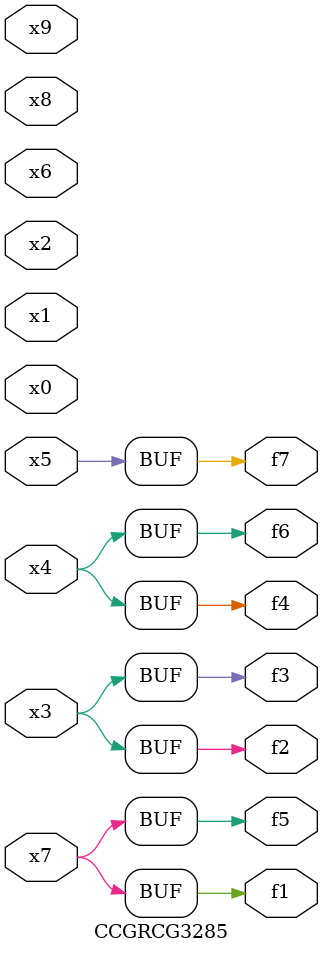
<source format=v>
module CCGRCG3285(
	input x0, x1, x2, x3, x4, x5, x6, x7, x8, x9,
	output f1, f2, f3, f4, f5, f6, f7
);
	assign f1 = x7;
	assign f2 = x3;
	assign f3 = x3;
	assign f4 = x4;
	assign f5 = x7;
	assign f6 = x4;
	assign f7 = x5;
endmodule

</source>
